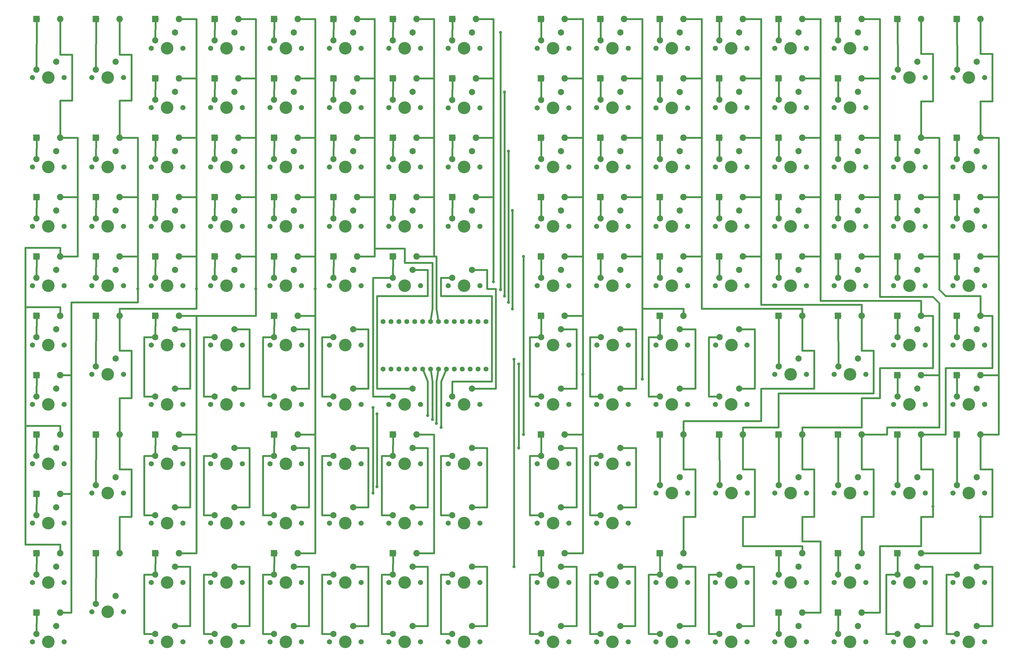
<source format=gtl>
G04 MADE WITH FRITZING*
G04 WWW.FRITZING.ORG*
G04 DOUBLE SIDED*
G04 HOLES PLATED*
G04 CONTOUR ON CENTER OF CONTOUR VECTOR*
%ASAXBY*%
%FSLAX23Y23*%
%MOIN*%
%OFA0B0*%
%SFA1.0B1.0*%
%ADD10C,0.078639*%
%ADD11C,0.158908*%
%ADD12C,0.065278*%
%ADD13C,0.082000*%
%ADD14C,0.062992*%
%ADD15C,0.039370*%
%ADD16R,0.082000X0.082000*%
%ADD17C,0.024000*%
%LNCOPPER1*%
G90*
G70*
G54D10*
X2040Y8292D03*
X2289Y8392D03*
G54D11*
X2189Y8192D03*
G54D12*
X1989Y8192D03*
X2389Y8192D03*
G54D10*
X2790Y8291D03*
X3039Y8391D03*
G54D11*
X2940Y8191D03*
G54D12*
X2740Y8191D03*
X3139Y8191D03*
G54D10*
X4290Y8292D03*
X4539Y8391D03*
G54D11*
X4440Y8192D03*
G54D12*
X4240Y8192D03*
X4639Y8192D03*
G54D10*
X3539Y8292D03*
X3789Y8391D03*
G54D11*
X3689Y8192D03*
G54D12*
X3489Y8192D03*
X3888Y8192D03*
G54D10*
X5039Y8292D03*
X5289Y8391D03*
G54D11*
X5189Y8192D03*
G54D12*
X4989Y8192D03*
X5389Y8192D03*
G54D10*
X5790Y8291D03*
X6040Y8391D03*
G54D11*
X5940Y8191D03*
G54D12*
X5740Y8191D03*
X6139Y8191D03*
G54D10*
X8415Y8291D03*
X8664Y8391D03*
G54D11*
X8565Y8191D03*
G54D12*
X8365Y8191D03*
X8764Y8191D03*
G54D10*
X7665Y8292D03*
X7915Y8392D03*
G54D11*
X7815Y8192D03*
G54D12*
X7615Y8192D03*
X8014Y8192D03*
G54D10*
X9165Y8292D03*
X9415Y8392D03*
G54D11*
X9315Y8192D03*
G54D12*
X9115Y8192D03*
X9514Y8192D03*
G54D10*
X6914Y8291D03*
X7164Y8391D03*
G54D11*
X7064Y8191D03*
G54D12*
X6864Y8191D03*
X7264Y8191D03*
G54D10*
X9915Y8292D03*
X10164Y8392D03*
G54D11*
X10065Y8192D03*
G54D12*
X9865Y8192D03*
X10264Y8192D03*
G54D10*
X10664Y8292D03*
X10914Y8392D03*
G54D11*
X10814Y8192D03*
G54D12*
X10614Y8192D03*
X11014Y8192D03*
G54D10*
X10664Y7541D03*
X10914Y7641D03*
G54D11*
X10814Y7441D03*
G54D12*
X10614Y7441D03*
X11014Y7441D03*
G54D10*
X5039Y7541D03*
X5289Y7641D03*
G54D11*
X5189Y7441D03*
G54D12*
X4989Y7441D03*
X5389Y7441D03*
G54D10*
X9915Y7541D03*
X10164Y7641D03*
G54D11*
X10065Y7441D03*
G54D12*
X9865Y7441D03*
X10264Y7441D03*
G54D10*
X4290Y7541D03*
X4539Y7641D03*
G54D11*
X4440Y7441D03*
G54D12*
X4240Y7441D03*
X4639Y7441D03*
G54D10*
X2790Y7541D03*
X3039Y7641D03*
G54D11*
X2940Y7441D03*
G54D12*
X2740Y7441D03*
X3139Y7441D03*
G54D10*
X8415Y7540D03*
X8664Y7640D03*
G54D11*
X8565Y7440D03*
G54D12*
X8365Y7440D03*
X8764Y7440D03*
G54D10*
X7665Y7541D03*
X7915Y7641D03*
G54D11*
X7815Y7441D03*
G54D12*
X7615Y7441D03*
X8014Y7441D03*
G54D10*
X5790Y7540D03*
X6040Y7640D03*
G54D11*
X5940Y7440D03*
G54D12*
X5740Y7440D03*
X6139Y7440D03*
G54D10*
X6914Y7540D03*
X7164Y7640D03*
G54D11*
X7064Y7440D03*
G54D12*
X6864Y7440D03*
X7264Y7440D03*
G54D10*
X2040Y7541D03*
X2289Y7641D03*
G54D11*
X2189Y7441D03*
G54D12*
X1989Y7441D03*
X2389Y7441D03*
G54D10*
X9165Y7541D03*
X9415Y7641D03*
G54D11*
X9315Y7441D03*
G54D12*
X9115Y7441D03*
X9514Y7441D03*
G54D10*
X3539Y7541D03*
X3789Y7641D03*
G54D11*
X3689Y7441D03*
G54D12*
X3489Y7441D03*
X3888Y7441D03*
G54D10*
X1289Y6791D03*
X1539Y6891D03*
G54D11*
X1439Y6691D03*
G54D12*
X1239Y6691D03*
X1639Y6691D03*
G54D10*
X10664Y6792D03*
X10914Y6892D03*
G54D11*
X10814Y6692D03*
G54D12*
X10614Y6692D03*
X11014Y6692D03*
G54D10*
X5039Y6792D03*
X5289Y6891D03*
G54D11*
X5189Y6692D03*
G54D12*
X4989Y6692D03*
X5389Y6692D03*
G54D10*
X11415Y6792D03*
X11664Y6892D03*
G54D11*
X11565Y6692D03*
G54D12*
X11365Y6692D03*
X11764Y6692D03*
G54D10*
X9915Y6792D03*
X10164Y6892D03*
G54D11*
X10065Y6692D03*
G54D12*
X9865Y6692D03*
X10264Y6692D03*
G54D10*
X4290Y6792D03*
X4539Y6892D03*
G54D11*
X4440Y6692D03*
G54D12*
X4240Y6692D03*
X4639Y6692D03*
G54D10*
X2790Y6792D03*
X3039Y6891D03*
G54D11*
X2940Y6691D03*
G54D12*
X2740Y6691D03*
X3139Y6691D03*
G54D10*
X8415Y6791D03*
X8664Y6891D03*
G54D11*
X8565Y6691D03*
G54D12*
X8365Y6691D03*
X8764Y6691D03*
G54D10*
X7665Y6792D03*
X7915Y6892D03*
G54D11*
X7815Y6692D03*
G54D12*
X7615Y6692D03*
X8014Y6692D03*
G54D10*
X5790Y6791D03*
X6040Y6891D03*
G54D11*
X5940Y6691D03*
G54D12*
X5740Y6691D03*
X6139Y6691D03*
G54D10*
X12165Y6792D03*
X12414Y6891D03*
G54D11*
X12315Y6692D03*
G54D12*
X12115Y6692D03*
X12514Y6692D03*
G54D10*
X6914Y6791D03*
X7164Y6891D03*
G54D11*
X7064Y6691D03*
G54D12*
X6864Y6691D03*
X7264Y6691D03*
G54D10*
X540Y6792D03*
X790Y6892D03*
G54D11*
X690Y6692D03*
G54D12*
X490Y6692D03*
X889Y6692D03*
G54D10*
X2040Y6792D03*
X2289Y6892D03*
G54D11*
X2189Y6692D03*
G54D12*
X1989Y6692D03*
X2389Y6692D03*
G54D10*
X9165Y6792D03*
X9415Y6892D03*
G54D11*
X9315Y6692D03*
G54D12*
X9115Y6692D03*
X9514Y6692D03*
G54D10*
X3539Y6792D03*
X3789Y6891D03*
G54D11*
X3689Y6692D03*
G54D12*
X3489Y6692D03*
X3888Y6692D03*
G54D10*
X1289Y6041D03*
X1539Y6141D03*
G54D11*
X1439Y5941D03*
G54D12*
X1239Y5941D03*
X1639Y5941D03*
G54D10*
X10664Y6042D03*
X10914Y6142D03*
G54D11*
X10814Y5942D03*
G54D12*
X10614Y5942D03*
X11014Y5942D03*
G54D10*
X5039Y6041D03*
X5289Y6141D03*
G54D11*
X5189Y5941D03*
G54D12*
X4989Y5941D03*
X5389Y5941D03*
G54D10*
X11415Y6042D03*
X11664Y6142D03*
G54D11*
X11565Y5942D03*
G54D12*
X11365Y5942D03*
X11764Y5942D03*
G54D10*
X9915Y6042D03*
X10164Y6142D03*
G54D11*
X10065Y5942D03*
G54D12*
X9865Y5942D03*
X10264Y5942D03*
G54D10*
X4290Y6041D03*
X4539Y6141D03*
G54D11*
X4440Y5941D03*
G54D12*
X4240Y5941D03*
X4639Y5941D03*
G54D10*
X2790Y6041D03*
X3039Y6141D03*
G54D11*
X2940Y5941D03*
G54D12*
X2740Y5941D03*
X3139Y5941D03*
G54D10*
X8415Y6041D03*
X8664Y6141D03*
G54D11*
X8565Y5941D03*
G54D12*
X8365Y5941D03*
X8764Y5941D03*
G54D10*
X7665Y6042D03*
X7915Y6141D03*
G54D11*
X7815Y5942D03*
G54D12*
X7615Y5942D03*
X8014Y5942D03*
G54D10*
X5790Y6041D03*
X6040Y6141D03*
G54D11*
X5940Y5941D03*
G54D12*
X5740Y5941D03*
X6139Y5941D03*
G54D10*
X12165Y6041D03*
X12414Y6141D03*
G54D11*
X12315Y5941D03*
G54D12*
X12115Y5941D03*
X12514Y5941D03*
G54D10*
X6914Y6041D03*
X7164Y6141D03*
G54D11*
X7064Y5941D03*
G54D12*
X6864Y5941D03*
X7264Y5941D03*
G54D10*
X540Y6042D03*
X790Y6141D03*
G54D11*
X690Y5942D03*
G54D12*
X490Y5942D03*
X889Y5942D03*
G54D10*
X2040Y6042D03*
X2289Y6141D03*
G54D11*
X2189Y5942D03*
G54D12*
X1989Y5942D03*
X2389Y5942D03*
G54D10*
X9165Y6042D03*
X9415Y6141D03*
G54D11*
X9315Y5942D03*
G54D12*
X9115Y5942D03*
X9514Y5942D03*
G54D10*
X3539Y6041D03*
X3789Y6141D03*
G54D11*
X3689Y5941D03*
G54D12*
X3489Y5941D03*
X3888Y5941D03*
G54D10*
X1289Y5291D03*
X1539Y5391D03*
G54D11*
X1439Y5191D03*
G54D12*
X1239Y5191D03*
X1639Y5191D03*
G54D10*
X10664Y5292D03*
X10914Y5392D03*
G54D11*
X10814Y5192D03*
G54D12*
X10614Y5192D03*
X11014Y5192D03*
G54D10*
X5039Y5292D03*
X5289Y5391D03*
G54D11*
X5189Y5192D03*
G54D12*
X4989Y5192D03*
X5389Y5192D03*
G54D10*
X11415Y5292D03*
X11664Y5392D03*
G54D11*
X11565Y5192D03*
G54D12*
X11365Y5192D03*
X11764Y5192D03*
G54D10*
X9915Y5292D03*
X10164Y5392D03*
G54D11*
X10065Y5192D03*
G54D12*
X9865Y5192D03*
X10264Y5192D03*
G54D10*
X4290Y5292D03*
X4539Y5391D03*
G54D11*
X4440Y5192D03*
G54D12*
X4240Y5192D03*
X4639Y5192D03*
G54D10*
X2790Y5291D03*
X3039Y5391D03*
G54D11*
X2940Y5191D03*
G54D12*
X2740Y5191D03*
X3139Y5191D03*
G54D10*
X8415Y5291D03*
X8664Y5391D03*
G54D11*
X8565Y5191D03*
G54D12*
X8365Y5191D03*
X8764Y5191D03*
G54D10*
X7665Y5292D03*
X7915Y5392D03*
G54D11*
X7815Y5192D03*
G54D12*
X7615Y5192D03*
X8014Y5192D03*
G54D10*
X5790Y5291D03*
X6040Y5391D03*
G54D11*
X5940Y5191D03*
G54D12*
X5740Y5191D03*
X6139Y5191D03*
G54D10*
X12165Y5292D03*
X12414Y5391D03*
G54D11*
X12315Y5192D03*
G54D12*
X12115Y5192D03*
X12514Y5192D03*
G54D10*
X6914Y5291D03*
X7164Y5391D03*
G54D11*
X7064Y5191D03*
G54D12*
X6864Y5191D03*
X7264Y5191D03*
G54D10*
X540Y5292D03*
X790Y5392D03*
G54D11*
X690Y5192D03*
G54D12*
X490Y5192D03*
X889Y5192D03*
G54D10*
X2040Y5292D03*
X2289Y5392D03*
G54D11*
X2189Y5192D03*
G54D12*
X1989Y5192D03*
X2389Y5192D03*
G54D10*
X9165Y5292D03*
X9415Y5392D03*
G54D11*
X9315Y5192D03*
G54D12*
X9115Y5192D03*
X9514Y5192D03*
G54D10*
X3539Y5292D03*
X3789Y5391D03*
G54D11*
X3689Y5192D03*
G54D12*
X3489Y5192D03*
X3888Y5192D03*
G54D10*
X11415Y4542D03*
X11665Y4642D03*
G54D11*
X11565Y4442D03*
G54D12*
X11365Y4442D03*
X11765Y4442D03*
G54D10*
X4290Y4542D03*
X4540Y4641D03*
G54D11*
X4440Y4442D03*
G54D12*
X4240Y4442D03*
X4640Y4442D03*
G54D10*
X2790Y4541D03*
X3040Y4641D03*
G54D11*
X2940Y4441D03*
G54D12*
X2740Y4441D03*
X3140Y4441D03*
G54D10*
X8415Y4541D03*
X8665Y4641D03*
G54D11*
X8565Y4441D03*
G54D12*
X8365Y4441D03*
X8765Y4441D03*
G54D10*
X7666Y4542D03*
X7915Y4642D03*
G54D11*
X7816Y4442D03*
G54D12*
X7616Y4442D03*
X8015Y4442D03*
G54D10*
X12165Y4542D03*
X12415Y4641D03*
G54D11*
X12315Y4441D03*
G54D12*
X12115Y4441D03*
X12514Y4441D03*
G54D10*
X6915Y4541D03*
X7165Y4641D03*
G54D11*
X7065Y4441D03*
G54D12*
X6865Y4441D03*
X7264Y4441D03*
G54D10*
X541Y4542D03*
X790Y4642D03*
G54D11*
X690Y4442D03*
G54D12*
X490Y4442D03*
X890Y4442D03*
G54D10*
X2040Y4542D03*
X2290Y4642D03*
G54D11*
X2190Y4442D03*
G54D12*
X1990Y4442D03*
X2389Y4442D03*
G54D10*
X9166Y4542D03*
X9415Y4642D03*
G54D11*
X9316Y4442D03*
G54D12*
X9116Y4442D03*
X9515Y4442D03*
G54D10*
X3540Y4542D03*
X3789Y4641D03*
G54D11*
X3690Y4442D03*
G54D12*
X3490Y4442D03*
X3889Y4442D03*
G54D10*
X5039Y3792D03*
X5289Y3891D03*
G54D11*
X5189Y3692D03*
G54D12*
X4989Y3692D03*
X5389Y3692D03*
G54D10*
X11415Y3792D03*
X11664Y3892D03*
G54D11*
X11565Y3692D03*
G54D12*
X11365Y3692D03*
X11764Y3692D03*
G54D10*
X4290Y3792D03*
X4539Y3891D03*
G54D11*
X4440Y3692D03*
G54D12*
X4240Y3692D03*
X4639Y3692D03*
G54D10*
X2790Y3791D03*
X3039Y3891D03*
G54D11*
X2940Y3691D03*
G54D12*
X2740Y3691D03*
X3139Y3691D03*
G54D10*
X8415Y3791D03*
X8664Y3891D03*
G54D11*
X8565Y3691D03*
G54D12*
X8365Y3691D03*
X8764Y3691D03*
G54D10*
X7665Y3792D03*
X7915Y3892D03*
G54D11*
X7815Y3692D03*
G54D12*
X7615Y3692D03*
X8014Y3692D03*
G54D10*
X5790Y3791D03*
X6040Y3891D03*
G54D11*
X5940Y3691D03*
G54D12*
X5740Y3691D03*
X6139Y3691D03*
G54D10*
X12165Y3792D03*
X12414Y3891D03*
G54D11*
X12315Y3691D03*
G54D12*
X12115Y3691D03*
X12514Y3691D03*
G54D10*
X6914Y3791D03*
X7164Y3891D03*
G54D11*
X7064Y3691D03*
G54D12*
X6864Y3691D03*
X7264Y3691D03*
G54D10*
X540Y3792D03*
X790Y3892D03*
G54D11*
X690Y3692D03*
G54D12*
X490Y3692D03*
X889Y3692D03*
G54D10*
X2040Y3792D03*
X2289Y3892D03*
G54D11*
X2189Y3692D03*
G54D12*
X1989Y3692D03*
X2389Y3692D03*
G54D10*
X9165Y3792D03*
X9415Y3892D03*
G54D11*
X9315Y3692D03*
G54D12*
X9115Y3692D03*
X9514Y3692D03*
G54D10*
X3539Y3792D03*
X3789Y3891D03*
G54D11*
X3689Y3692D03*
G54D12*
X3489Y3692D03*
X3888Y3692D03*
G54D10*
X5039Y3042D03*
X5289Y3142D03*
G54D11*
X5189Y2942D03*
G54D12*
X4989Y2942D03*
X5389Y2942D03*
G54D10*
X4290Y3042D03*
X4539Y3142D03*
G54D11*
X4440Y2942D03*
G54D12*
X4240Y2942D03*
X4639Y2942D03*
G54D10*
X2790Y3042D03*
X3039Y3142D03*
G54D11*
X2940Y2942D03*
G54D12*
X2740Y2942D03*
X3139Y2942D03*
G54D10*
X7665Y3042D03*
X7915Y3142D03*
G54D11*
X7815Y2942D03*
G54D12*
X7615Y2942D03*
X8014Y2942D03*
G54D10*
X5790Y3042D03*
X6040Y3141D03*
G54D11*
X5940Y2942D03*
G54D12*
X5740Y2942D03*
X6139Y2942D03*
G54D10*
X6914Y3042D03*
X7164Y3141D03*
G54D11*
X7064Y2941D03*
G54D12*
X6864Y2941D03*
X7264Y2941D03*
G54D10*
X540Y3042D03*
X790Y3142D03*
G54D11*
X690Y2942D03*
G54D12*
X490Y2942D03*
X889Y2942D03*
G54D10*
X2040Y3042D03*
X2289Y3142D03*
G54D11*
X2189Y2942D03*
G54D12*
X1989Y2942D03*
X2389Y2942D03*
G54D10*
X3539Y3042D03*
X3789Y3142D03*
G54D11*
X3689Y2942D03*
G54D12*
X3489Y2942D03*
X3888Y2942D03*
G54D10*
X5039Y2291D03*
X5289Y2391D03*
G54D11*
X5189Y2191D03*
G54D12*
X4989Y2191D03*
X5389Y2191D03*
G54D10*
X4290Y2291D03*
X4539Y2391D03*
G54D11*
X4440Y2191D03*
G54D12*
X4240Y2191D03*
X4639Y2191D03*
G54D10*
X2790Y2291D03*
X3039Y2391D03*
G54D11*
X2940Y2191D03*
G54D12*
X2740Y2191D03*
X3139Y2191D03*
G54D10*
X7665Y2291D03*
X7915Y2391D03*
G54D11*
X7815Y2191D03*
G54D12*
X7615Y2191D03*
X8014Y2191D03*
G54D10*
X5790Y2291D03*
X6040Y2391D03*
G54D11*
X5940Y2191D03*
G54D12*
X5740Y2191D03*
X6139Y2191D03*
G54D10*
X6914Y2291D03*
X7164Y2391D03*
G54D11*
X7064Y2191D03*
G54D12*
X6864Y2191D03*
X7264Y2191D03*
G54D10*
X540Y2291D03*
X790Y2391D03*
G54D11*
X690Y2191D03*
G54D12*
X490Y2191D03*
X889Y2191D03*
G54D10*
X2040Y2291D03*
X2289Y2391D03*
G54D11*
X2189Y2191D03*
G54D12*
X1989Y2191D03*
X2389Y2191D03*
G54D10*
X3539Y2291D03*
X3789Y2391D03*
G54D11*
X3689Y2191D03*
G54D12*
X3489Y2191D03*
X3888Y2191D03*
G54D10*
X10664Y1542D03*
X10914Y1642D03*
G54D11*
X10814Y1442D03*
G54D12*
X10614Y1442D03*
X11014Y1442D03*
G54D10*
X5039Y1542D03*
X5289Y1642D03*
G54D11*
X5189Y1442D03*
G54D12*
X4989Y1442D03*
X5389Y1442D03*
G54D10*
X11415Y1542D03*
X11664Y1642D03*
G54D11*
X11565Y1442D03*
G54D12*
X11365Y1442D03*
X11764Y1442D03*
G54D10*
X9915Y1542D03*
X10164Y1642D03*
G54D11*
X10065Y1442D03*
G54D12*
X9865Y1442D03*
X10264Y1442D03*
G54D10*
X4290Y1542D03*
X4539Y1642D03*
G54D11*
X4440Y1442D03*
G54D12*
X4240Y1442D03*
X4639Y1442D03*
G54D10*
X2790Y1542D03*
X3039Y1642D03*
G54D11*
X2940Y1442D03*
G54D12*
X2740Y1442D03*
X3139Y1442D03*
G54D10*
X8415Y1542D03*
X8664Y1641D03*
G54D11*
X8565Y1441D03*
G54D12*
X8365Y1441D03*
X8764Y1441D03*
G54D10*
X7665Y1542D03*
X7915Y1642D03*
G54D11*
X7815Y1442D03*
G54D12*
X7615Y1442D03*
X8014Y1442D03*
G54D10*
X5790Y1542D03*
X6040Y1641D03*
G54D11*
X5940Y1442D03*
G54D12*
X5740Y1442D03*
X6139Y1442D03*
G54D10*
X12165Y1542D03*
X12414Y1642D03*
G54D11*
X12315Y1442D03*
G54D12*
X12115Y1442D03*
X12514Y1442D03*
G54D10*
X6914Y1542D03*
X7164Y1641D03*
G54D11*
X7064Y1441D03*
G54D12*
X6864Y1441D03*
X7264Y1441D03*
G54D10*
X540Y1542D03*
X790Y1642D03*
G54D11*
X690Y1442D03*
G54D12*
X490Y1442D03*
X889Y1442D03*
G54D10*
X2040Y1542D03*
X2289Y1642D03*
G54D11*
X2189Y1442D03*
G54D12*
X1989Y1442D03*
X2389Y1442D03*
G54D10*
X9165Y1542D03*
X9415Y1642D03*
G54D11*
X9315Y1442D03*
G54D12*
X9115Y1442D03*
X9514Y1442D03*
G54D10*
X3539Y1542D03*
X3789Y1642D03*
G54D11*
X3689Y1442D03*
G54D12*
X3489Y1442D03*
X3888Y1442D03*
G54D10*
X10664Y792D03*
X10914Y892D03*
G54D11*
X10814Y692D03*
G54D12*
X10614Y692D03*
X11014Y692D03*
G54D10*
X5039Y792D03*
X5289Y891D03*
G54D11*
X5189Y692D03*
G54D12*
X4989Y692D03*
X5389Y692D03*
G54D10*
X11415Y792D03*
X11664Y892D03*
G54D11*
X11565Y692D03*
G54D12*
X11365Y692D03*
X11764Y692D03*
G54D10*
X9915Y792D03*
X10164Y892D03*
G54D11*
X10065Y692D03*
G54D12*
X9865Y692D03*
X10264Y692D03*
G54D10*
X4290Y792D03*
X4539Y891D03*
G54D11*
X4440Y692D03*
G54D12*
X4240Y692D03*
X4639Y692D03*
G54D10*
X2790Y791D03*
X3039Y891D03*
G54D11*
X2940Y691D03*
G54D12*
X2740Y691D03*
X3139Y691D03*
G54D10*
X8415Y791D03*
X8664Y891D03*
G54D11*
X8565Y691D03*
G54D12*
X8365Y691D03*
X8764Y691D03*
G54D10*
X7665Y792D03*
X7915Y892D03*
G54D11*
X7815Y692D03*
G54D12*
X7615Y692D03*
X8014Y692D03*
G54D10*
X5790Y791D03*
X6040Y891D03*
G54D11*
X5940Y691D03*
G54D12*
X5740Y691D03*
X6139Y691D03*
G54D10*
X12165Y792D03*
X12414Y891D03*
G54D11*
X12315Y691D03*
G54D12*
X12115Y691D03*
X12514Y691D03*
G54D10*
X6914Y791D03*
X7164Y891D03*
G54D11*
X7064Y691D03*
G54D12*
X6864Y691D03*
X7264Y691D03*
G54D10*
X540Y792D03*
X790Y892D03*
G54D11*
X690Y692D03*
G54D12*
X490Y692D03*
X889Y692D03*
G54D10*
X2040Y792D03*
X2289Y892D03*
G54D11*
X2189Y692D03*
G54D12*
X1989Y692D03*
X2389Y692D03*
G54D10*
X9165Y792D03*
X9415Y892D03*
G54D11*
X9315Y692D03*
G54D12*
X9115Y692D03*
X9514Y692D03*
G54D10*
X3539Y792D03*
X3789Y891D03*
G54D11*
X3689Y692D03*
G54D12*
X3489Y692D03*
X3888Y692D03*
G54D10*
X540Y7922D03*
X790Y8022D03*
G54D11*
X690Y7822D03*
G54D12*
X490Y7822D03*
X889Y7822D03*
G54D10*
X1290Y7922D03*
X1540Y8022D03*
G54D11*
X1440Y7822D03*
G54D12*
X1240Y7822D03*
X1639Y7822D03*
G54D10*
X11416Y7922D03*
X11665Y8022D03*
G54D11*
X11565Y7822D03*
G54D12*
X11365Y7822D03*
X11765Y7822D03*
G54D10*
X12166Y7922D03*
X12415Y8022D03*
G54D11*
X12315Y7822D03*
G54D12*
X12115Y7822D03*
X12515Y7822D03*
G54D10*
X1290Y4172D03*
X1540Y4272D03*
G54D11*
X1440Y4072D03*
G54D12*
X1240Y4072D03*
X1639Y4072D03*
G54D10*
X1290Y2672D03*
X1540Y2772D03*
G54D11*
X1440Y2572D03*
G54D12*
X1240Y2572D03*
X1639Y2572D03*
G54D10*
X1290Y1172D03*
X1540Y1272D03*
G54D11*
X1440Y1072D03*
G54D12*
X1240Y1072D03*
X1639Y1072D03*
G54D10*
X9914Y4172D03*
X10164Y4272D03*
G54D11*
X10064Y4072D03*
G54D12*
X9864Y4072D03*
X10264Y4072D03*
G54D10*
X10666Y4172D03*
X10915Y4272D03*
G54D11*
X10815Y4072D03*
G54D12*
X10615Y4072D03*
X11015Y4072D03*
G54D10*
X8415Y2672D03*
X8664Y2772D03*
G54D11*
X8565Y2572D03*
G54D12*
X8365Y2572D03*
X8764Y2572D03*
G54D10*
X9166Y2672D03*
X9416Y2772D03*
G54D11*
X9316Y2572D03*
G54D12*
X9116Y2572D03*
X9516Y2572D03*
G54D10*
X9914Y2672D03*
X10163Y2772D03*
G54D11*
X10064Y2572D03*
G54D12*
X9864Y2572D03*
X10263Y2572D03*
G54D10*
X10664Y2672D03*
X10913Y2772D03*
G54D11*
X10814Y2572D03*
G54D12*
X10614Y2572D03*
X11013Y2572D03*
G54D10*
X11414Y2672D03*
X11663Y2772D03*
G54D11*
X11564Y2572D03*
G54D12*
X11364Y2572D03*
X11763Y2572D03*
G54D10*
X12164Y2672D03*
X12413Y2772D03*
G54D11*
X12314Y2572D03*
G54D12*
X12114Y2572D03*
X12513Y2572D03*
G54D13*
X542Y8562D03*
X840Y8562D03*
X1292Y8562D03*
X1590Y8562D03*
X2042Y8562D03*
X2340Y8562D03*
X2792Y8562D03*
X3090Y8562D03*
X4292Y8562D03*
X4590Y8562D03*
X3542Y8562D03*
X3840Y8562D03*
X5042Y8562D03*
X5340Y8562D03*
X5792Y8562D03*
X6090Y8562D03*
X9162Y8562D03*
X9460Y8562D03*
X12162Y8562D03*
X12460Y8562D03*
X7662Y8562D03*
X7960Y8562D03*
X10662Y8562D03*
X10960Y8562D03*
X11412Y8562D03*
X11710Y8562D03*
X6912Y8562D03*
X7210Y8562D03*
X9912Y8562D03*
X10210Y8562D03*
X8412Y8562D03*
X8710Y8562D03*
X5792Y7812D03*
X6090Y7812D03*
X9162Y7812D03*
X9460Y7812D03*
X9912Y7812D03*
X10210Y7812D03*
X6912Y7812D03*
X7210Y7812D03*
X2792Y7812D03*
X3090Y7812D03*
X8412Y7812D03*
X8710Y7812D03*
X2042Y7812D03*
X2340Y7812D03*
X4292Y7812D03*
X4590Y7812D03*
X3542Y7812D03*
X3840Y7812D03*
X5042Y7812D03*
X5340Y7812D03*
X10662Y7812D03*
X10960Y7812D03*
X7662Y7812D03*
X7960Y7812D03*
X3542Y7062D03*
X3840Y7062D03*
X2042Y7062D03*
X2340Y7062D03*
X12162Y7062D03*
X12460Y7062D03*
X6912Y7062D03*
X7210Y7062D03*
X8412Y7062D03*
X8710Y7062D03*
X10662Y7062D03*
X10960Y7062D03*
X2792Y7062D03*
X3090Y7062D03*
X4292Y7062D03*
X4590Y7062D03*
X9912Y7062D03*
X10210Y7062D03*
X11412Y7062D03*
X11710Y7062D03*
X7662Y7062D03*
X7960Y7062D03*
X542Y7062D03*
X840Y7062D03*
X5042Y7062D03*
X5340Y7062D03*
X9162Y7062D03*
X9460Y7062D03*
X5792Y7062D03*
X6090Y7062D03*
X1292Y7062D03*
X1590Y7062D03*
X3542Y6312D03*
X3840Y6312D03*
X2042Y6312D03*
X2340Y6312D03*
X12162Y6312D03*
X12460Y6312D03*
X6912Y6312D03*
X7210Y6312D03*
X8412Y6312D03*
X8710Y6312D03*
X10662Y6312D03*
X10960Y6312D03*
X2792Y6312D03*
X3090Y6312D03*
X4292Y6312D03*
X4590Y6312D03*
X9912Y6312D03*
X10210Y6312D03*
X11412Y6312D03*
X11710Y6312D03*
X7662Y6312D03*
X7960Y6312D03*
X542Y6312D03*
X840Y6312D03*
X5042Y6312D03*
X5340Y6312D03*
X9162Y6312D03*
X9460Y6312D03*
X5792Y6312D03*
X6090Y6312D03*
X1292Y6312D03*
X1590Y6312D03*
X3542Y5562D03*
X3840Y5562D03*
X2042Y5562D03*
X2340Y5562D03*
X12162Y5562D03*
X12460Y5562D03*
X6912Y5562D03*
X7210Y5562D03*
X8412Y5562D03*
X8710Y5562D03*
X10662Y5562D03*
X10960Y5562D03*
X2792Y5562D03*
X3090Y5562D03*
X4292Y5562D03*
X4590Y5562D03*
X9912Y5562D03*
X10210Y5562D03*
X11412Y5562D03*
X11710Y5562D03*
X7662Y5562D03*
X7960Y5562D03*
X542Y5562D03*
X840Y5562D03*
X5042Y5562D03*
X5340Y5562D03*
X9162Y5562D03*
X9460Y5562D03*
X1292Y5562D03*
X1590Y5562D03*
X3542Y4812D03*
X3840Y4812D03*
X2042Y4812D03*
X2340Y4812D03*
X1292Y4812D03*
X1590Y4812D03*
X542Y4812D03*
X840Y4812D03*
X542Y4062D03*
X840Y4062D03*
X9912Y4812D03*
X10210Y4812D03*
X10662Y4812D03*
X10960Y4812D03*
X8412Y4812D03*
X8710Y4812D03*
X12162Y4812D03*
X12460Y4812D03*
X11412Y4812D03*
X11710Y4812D03*
X6912Y4812D03*
X7210Y4812D03*
X12162Y4062D03*
X12460Y4062D03*
X11412Y4062D03*
X11710Y4062D03*
X542Y2562D03*
X840Y2562D03*
X2042Y3312D03*
X2340Y3312D03*
X5042Y3312D03*
X5340Y3312D03*
X3542Y3312D03*
X3840Y3312D03*
X542Y3312D03*
X840Y3312D03*
X1292Y3312D03*
X1590Y3312D03*
X2042Y1812D03*
X2340Y1812D03*
X3542Y1812D03*
X3840Y1812D03*
X542Y1062D03*
X840Y1062D03*
X1292Y1812D03*
X1590Y1812D03*
X542Y1812D03*
X840Y1812D03*
X5042Y1812D03*
X5340Y1812D03*
X9162Y3312D03*
X9460Y3312D03*
X9912Y3312D03*
X10210Y3312D03*
X10662Y3312D03*
X10960Y3312D03*
X8412Y3312D03*
X8710Y3312D03*
X12162Y3312D03*
X12460Y3312D03*
X11412Y3312D03*
X11710Y3312D03*
X6912Y3312D03*
X7210Y3312D03*
X6912Y1812D03*
X7210Y1812D03*
X10662Y1812D03*
X10960Y1812D03*
X10662Y1062D03*
X10960Y1062D03*
X9912Y1062D03*
X10210Y1062D03*
X9912Y1812D03*
X10210Y1812D03*
X8412Y1812D03*
X8710Y1812D03*
X11412Y1812D03*
X11710Y1812D03*
G54D14*
X4917Y4140D03*
X5017Y4140D03*
X5117Y4140D03*
X5217Y4140D03*
X5317Y4140D03*
X5417Y4140D03*
X5517Y4140D03*
X5617Y4140D03*
X5717Y4140D03*
X5817Y4140D03*
X5917Y4140D03*
X6017Y4140D03*
X6117Y4140D03*
X6217Y4140D03*
X4917Y4140D03*
X5017Y4140D03*
X5117Y4140D03*
X5217Y4140D03*
X5317Y4140D03*
X5417Y4140D03*
X5517Y4140D03*
X5617Y4140D03*
X5717Y4140D03*
X5817Y4140D03*
X5917Y4140D03*
X6017Y4140D03*
X6117Y4140D03*
X6217Y4140D03*
X4916Y4740D03*
X5016Y4740D03*
X5116Y4740D03*
X5216Y4740D03*
X5316Y4740D03*
X5416Y4740D03*
X5516Y4740D03*
X5616Y4740D03*
X5716Y4740D03*
X5816Y4740D03*
X5916Y4740D03*
X6016Y4740D03*
X6116Y4740D03*
X6216Y4740D03*
X4916Y4740D03*
X5016Y4740D03*
X5116Y4740D03*
X5216Y4740D03*
X5316Y4740D03*
X5416Y4740D03*
X5516Y4740D03*
X5616Y4740D03*
X5716Y4740D03*
X5816Y4740D03*
X5916Y4740D03*
X6016Y4740D03*
X6116Y4740D03*
X6216Y4740D03*
G54D15*
X6689Y5562D03*
X6689Y3312D03*
X1820Y5152D03*
X2560Y5152D03*
X3311Y5152D03*
X4059Y5152D03*
X6311Y5243D03*
X6400Y8392D03*
X6400Y5142D03*
X6450Y7640D03*
X6500Y6891D03*
X6550Y6141D03*
X6450Y5062D03*
X6500Y4982D03*
X6550Y4900D03*
X6630Y4202D03*
X6629Y3141D03*
X6570Y4262D03*
X6571Y1641D03*
X7440Y4072D03*
X8189Y4012D03*
X4789Y3651D03*
X4839Y3571D03*
X4839Y2651D03*
X4789Y2571D03*
X12461Y2271D03*
X11861Y2401D03*
X5650Y3402D03*
X5590Y3452D03*
X5540Y3502D03*
X5480Y3552D03*
G54D16*
X541Y8562D03*
X1291Y8562D03*
X2041Y8562D03*
X2791Y8562D03*
X4291Y8562D03*
X3541Y8562D03*
X5041Y8562D03*
X5791Y8562D03*
X9161Y8562D03*
X12161Y8562D03*
X7661Y8562D03*
X10661Y8562D03*
X11411Y8562D03*
X6911Y8562D03*
X9911Y8562D03*
X8411Y8562D03*
X5791Y7812D03*
X9161Y7812D03*
X9911Y7812D03*
X6911Y7812D03*
X2791Y7812D03*
X8411Y7812D03*
X2041Y7812D03*
X4291Y7812D03*
X3541Y7812D03*
X5041Y7812D03*
X10661Y7812D03*
X7661Y7812D03*
X3541Y7062D03*
X2041Y7062D03*
X12161Y7062D03*
X6911Y7062D03*
X8411Y7062D03*
X10661Y7062D03*
X2791Y7062D03*
X4291Y7062D03*
X9911Y7062D03*
X11411Y7062D03*
X7661Y7062D03*
X541Y7062D03*
X5041Y7062D03*
X9161Y7062D03*
X5791Y7062D03*
X1291Y7062D03*
X3541Y6312D03*
X2041Y6312D03*
X12161Y6312D03*
X6911Y6312D03*
X8411Y6312D03*
X10661Y6312D03*
X2791Y6312D03*
X4291Y6312D03*
X9911Y6312D03*
X11411Y6312D03*
X7661Y6312D03*
X541Y6312D03*
X5041Y6312D03*
X9161Y6312D03*
X5791Y6312D03*
X1291Y6312D03*
X3541Y5562D03*
X2041Y5562D03*
X12161Y5562D03*
X6911Y5562D03*
X8411Y5562D03*
X10661Y5562D03*
X2791Y5562D03*
X4291Y5562D03*
X9911Y5562D03*
X11411Y5562D03*
X7661Y5562D03*
X541Y5562D03*
X5041Y5562D03*
X9161Y5562D03*
X1291Y5562D03*
X3541Y4812D03*
X2041Y4812D03*
X1291Y4812D03*
X541Y4812D03*
X541Y4062D03*
X9911Y4812D03*
X10661Y4812D03*
X8411Y4812D03*
X12161Y4812D03*
X11411Y4812D03*
X6911Y4812D03*
X12161Y4062D03*
X11411Y4062D03*
X541Y2562D03*
X2041Y3312D03*
X5041Y3312D03*
X3541Y3312D03*
X541Y3312D03*
X1291Y3312D03*
X2041Y1812D03*
X3541Y1812D03*
X541Y1062D03*
X1291Y1812D03*
X541Y1812D03*
X5041Y1812D03*
X9161Y3312D03*
X9911Y3312D03*
X10661Y3312D03*
X8411Y3312D03*
X12161Y3312D03*
X11411Y3312D03*
X6911Y3312D03*
X6911Y1812D03*
X10661Y1812D03*
X10661Y1062D03*
X9911Y1062D03*
X9911Y1812D03*
X8411Y1812D03*
X11411Y1812D03*
G54D17*
X542Y8541D02*
X540Y7940D01*
D02*
X1292Y8541D02*
X1290Y7940D01*
D02*
X2042Y8541D02*
X2040Y8310D01*
D02*
X2792Y8541D02*
X2790Y8310D01*
D02*
X3542Y8541D02*
X3539Y8310D01*
D02*
X4292Y8541D02*
X4290Y8310D01*
D02*
X5042Y8541D02*
X5040Y8310D01*
D02*
X5792Y8541D02*
X5790Y8310D01*
D02*
X6912Y8541D02*
X6914Y8310D01*
D02*
X7662Y8541D02*
X7665Y8310D01*
D02*
X8412Y8541D02*
X8415Y8310D01*
D02*
X9162Y8541D02*
X9165Y8310D01*
D02*
X9912Y8541D02*
X9914Y8310D01*
D02*
X10662Y8541D02*
X10664Y8310D01*
D02*
X11412Y8541D02*
X11416Y7940D01*
D02*
X12162Y8541D02*
X12166Y7940D01*
D02*
X2792Y7791D02*
X2790Y7559D01*
D02*
X3542Y7791D02*
X3539Y7559D01*
D02*
X4292Y7791D02*
X4290Y7559D01*
D02*
X5042Y7791D02*
X5040Y7559D01*
D02*
X5792Y7791D02*
X5790Y7559D01*
D02*
X6912Y7791D02*
X6914Y7559D01*
D02*
X7662Y7791D02*
X7665Y7560D01*
D02*
X8412Y7791D02*
X8415Y7559D01*
D02*
X9162Y7791D02*
X9165Y7559D01*
D02*
X9912Y7791D02*
X9914Y7560D01*
D02*
X10662Y7791D02*
X10664Y7560D01*
D02*
X2042Y7791D02*
X2040Y7560D01*
D02*
X542Y7041D02*
X540Y6810D01*
D02*
X1292Y7041D02*
X1290Y6810D01*
D02*
X2042Y7041D02*
X2040Y6810D01*
D02*
X2792Y7041D02*
X2790Y6810D01*
D02*
X3542Y7041D02*
X3539Y6810D01*
D02*
X4292Y7041D02*
X4290Y6810D01*
D02*
X5042Y7041D02*
X5040Y6810D01*
D02*
X5792Y7041D02*
X5790Y6810D01*
D02*
X6912Y7041D02*
X6914Y6810D01*
D02*
X7662Y7041D02*
X7665Y6810D01*
D02*
X8412Y7041D02*
X8415Y6810D01*
D02*
X9162Y7041D02*
X9165Y6810D01*
D02*
X9912Y7041D02*
X9914Y6810D01*
D02*
X10662Y7041D02*
X10664Y6810D01*
D02*
X11412Y7041D02*
X11415Y6810D01*
D02*
X12162Y7041D02*
X12164Y6810D01*
D02*
X542Y6291D02*
X540Y6060D01*
D02*
X1292Y6291D02*
X1290Y6059D01*
D02*
X2042Y6291D02*
X2040Y6060D01*
D02*
X2792Y6291D02*
X2790Y6060D01*
D02*
X3542Y6291D02*
X3539Y6060D01*
D02*
X4292Y6291D02*
X4290Y6060D01*
D02*
X5042Y6291D02*
X5040Y6060D01*
D02*
X5792Y6291D02*
X5790Y6060D01*
D02*
X6912Y6291D02*
X6914Y6059D01*
D02*
X7662Y6291D02*
X7665Y6060D01*
D02*
X8412Y6291D02*
X8415Y6059D01*
D02*
X9162Y6291D02*
X9165Y6060D01*
D02*
X9912Y6291D02*
X9914Y6060D01*
D02*
X10662Y6291D02*
X10664Y6060D01*
D02*
X11412Y6291D02*
X11415Y6060D01*
D02*
X12162Y6291D02*
X12164Y6060D01*
D02*
X542Y5541D02*
X540Y5310D01*
D02*
X1292Y5541D02*
X1290Y5310D01*
D02*
X2042Y5541D02*
X2040Y5310D01*
D02*
X2792Y5541D02*
X2790Y5310D01*
D02*
X3542Y5541D02*
X3539Y5310D01*
D02*
X4292Y5541D02*
X4290Y5310D01*
D02*
X5042Y5541D02*
X5040Y5310D01*
D02*
X4789Y3792D02*
X5021Y3792D01*
D02*
X4789Y5292D02*
X4789Y3792D01*
D02*
X5021Y5292D02*
X4789Y5292D01*
D02*
X5648Y5291D02*
X5772Y5291D01*
D02*
X5790Y3810D02*
X5790Y3982D01*
D02*
X5481Y5391D02*
X5307Y5391D01*
D02*
X4839Y3893D02*
X4839Y5062D01*
D02*
X5270Y3892D02*
X4839Y3893D01*
D02*
X6339Y3891D02*
X6339Y5151D01*
D02*
X6231Y5151D02*
X6231Y5393D01*
D02*
X6058Y3891D02*
X6339Y3891D01*
D02*
X6912Y5541D02*
X6914Y5310D01*
D02*
X7662Y5541D02*
X7665Y5310D01*
D02*
X8412Y5541D02*
X8415Y5310D01*
D02*
X9162Y5541D02*
X9165Y5310D01*
D02*
X9912Y5541D02*
X9914Y5310D01*
D02*
X10662Y5541D02*
X10664Y5310D01*
D02*
X11412Y5541D02*
X11415Y5310D01*
D02*
X12162Y5541D02*
X12164Y5310D01*
D02*
X542Y4791D02*
X541Y4560D01*
D02*
X542Y4041D02*
X540Y3810D01*
D02*
X1292Y4791D02*
X1290Y4190D01*
D02*
X2042Y4791D02*
X2040Y4560D01*
D02*
X1900Y3792D02*
X2021Y3792D01*
D02*
X1900Y4542D02*
X1900Y3792D01*
D02*
X2022Y4542D02*
X1900Y4542D01*
D02*
X2481Y3892D02*
X2308Y3892D01*
D02*
X2481Y4642D02*
X2481Y3892D01*
D02*
X2308Y4642D02*
X2481Y4642D01*
D02*
X2652Y4541D02*
X2652Y3791D01*
D02*
X2652Y3791D02*
X2771Y3791D01*
D02*
X2772Y4541D02*
X2652Y4541D01*
D02*
X3230Y4641D02*
X3230Y3891D01*
D02*
X3230Y3891D02*
X3058Y3891D01*
D02*
X3058Y4641D02*
X3230Y4641D01*
D02*
X3542Y4791D02*
X3540Y4560D01*
D02*
X3400Y3792D02*
X3521Y3792D01*
D02*
X3400Y4542D02*
X3400Y3792D01*
D02*
X3521Y4542D02*
X3400Y4542D01*
D02*
X3981Y3891D02*
X3807Y3891D01*
D02*
X3981Y4641D02*
X3981Y3891D01*
D02*
X3808Y4641D02*
X3981Y4641D01*
D02*
X4148Y3792D02*
X4271Y3792D01*
D02*
X4148Y4542D02*
X4148Y3792D01*
D02*
X4272Y4542D02*
X4148Y4542D01*
D02*
X4730Y4641D02*
X4730Y3891D01*
D02*
X4730Y3891D02*
X4558Y3891D01*
D02*
X4558Y4641D02*
X4730Y4641D01*
D02*
X6912Y4791D02*
X6915Y4560D01*
D02*
X6770Y3791D02*
X6896Y3791D01*
D02*
X6770Y4541D02*
X6770Y3791D01*
D02*
X6896Y4541D02*
X6770Y4541D01*
D02*
X7359Y3891D02*
X7182Y3891D01*
D02*
X7359Y4641D02*
X7359Y3891D01*
D02*
X7183Y4641D02*
X7359Y4641D01*
D02*
X7530Y3792D02*
X7647Y3792D01*
D02*
X7647Y4542D02*
X7530Y4542D01*
D02*
X7530Y4542D02*
X7530Y3792D01*
D02*
X8111Y4642D02*
X8111Y3892D01*
D02*
X8111Y3892D02*
X7933Y3892D01*
D02*
X7934Y4642D02*
X8111Y4642D01*
D02*
X8412Y4791D02*
X8415Y4560D01*
D02*
X8270Y3791D02*
X8396Y3791D01*
D02*
X8270Y4541D02*
X8270Y3791D01*
D02*
X8397Y4541D02*
X8270Y4541D01*
D02*
X8859Y3891D02*
X8683Y3891D01*
D02*
X8859Y4641D02*
X8859Y3891D01*
D02*
X8683Y4641D02*
X8859Y4641D01*
D02*
X9030Y3792D02*
X9147Y3792D01*
D02*
X9147Y4542D02*
X9030Y4542D01*
D02*
X9030Y4542D02*
X9030Y3792D01*
D02*
X9611Y3892D02*
X9433Y3892D01*
D02*
X9611Y4642D02*
X9611Y3892D01*
D02*
X9434Y4642D02*
X9611Y4642D01*
D02*
X9912Y4791D02*
X9914Y4190D01*
D02*
X10662Y4791D02*
X10666Y4190D01*
D02*
X11412Y4791D02*
X11415Y4560D01*
D02*
X12162Y4791D02*
X12165Y4560D01*
D02*
X11412Y4041D02*
X11415Y3810D01*
D02*
X12162Y4041D02*
X12164Y3810D01*
D02*
X542Y3291D02*
X540Y3061D01*
D02*
X542Y2541D02*
X540Y2310D01*
D02*
X542Y1791D02*
X540Y1561D01*
D02*
X542Y1041D02*
X540Y810D01*
D02*
X1292Y3291D02*
X1290Y2690D01*
D02*
X1292Y1791D02*
X1290Y1190D01*
D02*
X2042Y3291D02*
X2040Y3061D01*
D02*
X1900Y3042D02*
X1900Y2291D01*
D02*
X1900Y2291D02*
X2021Y2291D01*
D02*
X2021Y3042D02*
X1900Y3042D01*
D02*
X2042Y1791D02*
X2040Y1561D01*
D02*
X1900Y792D02*
X2021Y792D01*
D02*
X1900Y1542D02*
X1900Y792D01*
D02*
X2021Y1542D02*
X1900Y1542D01*
D02*
X2481Y2391D02*
X2308Y2391D01*
D02*
X2481Y3142D02*
X2481Y2391D01*
D02*
X2308Y3142D02*
X2481Y3142D01*
D02*
X2481Y892D02*
X2308Y892D01*
D02*
X2481Y1642D02*
X2481Y892D01*
D02*
X2308Y1642D02*
X2481Y1642D01*
D02*
X2652Y2291D02*
X2652Y3042D01*
D02*
X2652Y3042D02*
X2771Y3042D01*
D02*
X2771Y2291D02*
X2652Y2291D01*
D02*
X3230Y2391D02*
X3058Y2391D01*
D02*
X3230Y3142D02*
X3230Y2391D01*
D02*
X3058Y3142D02*
X3230Y3142D01*
D02*
X2652Y791D02*
X2771Y791D01*
D02*
X2652Y1542D02*
X2652Y791D01*
D02*
X2771Y1542D02*
X2652Y1542D01*
D02*
X3230Y891D02*
X3058Y891D01*
D02*
X3230Y1642D02*
X3230Y891D01*
D02*
X3058Y1642D02*
X3230Y1642D01*
D02*
X3542Y3291D02*
X3539Y3060D01*
D02*
X3400Y3042D02*
X3400Y2291D01*
D02*
X3521Y3042D02*
X3400Y3042D01*
D02*
X3400Y2291D02*
X3521Y2291D01*
D02*
X3542Y1791D02*
X3539Y1560D01*
D02*
X3400Y1542D02*
X3400Y792D01*
D02*
X3400Y792D02*
X3521Y792D01*
D02*
X3521Y1542D02*
X3400Y1542D01*
D02*
X3981Y3142D02*
X3981Y2391D01*
D02*
X3981Y2391D02*
X3807Y2391D01*
D02*
X3807Y3142D02*
X3981Y3142D01*
D02*
X3981Y891D02*
X3807Y891D01*
D02*
X3981Y1642D02*
X3981Y891D01*
D02*
X3807Y1642D02*
X3981Y1642D01*
D02*
X4148Y3042D02*
X4148Y2291D01*
D02*
X4148Y2291D02*
X4271Y2291D01*
D02*
X4271Y3042D02*
X4148Y3042D01*
D02*
X4730Y2391D02*
X4558Y2391D01*
D02*
X4730Y3142D02*
X4730Y2391D01*
D02*
X4558Y3142D02*
X4730Y3142D01*
D02*
X4148Y1542D02*
X4271Y1542D01*
D02*
X4148Y792D02*
X4148Y1542D01*
D02*
X4271Y792D02*
X4148Y792D01*
D02*
X4730Y1642D02*
X4730Y891D01*
D02*
X4730Y891D02*
X4558Y891D01*
D02*
X4558Y1642D02*
X4730Y1642D01*
D02*
X5042Y3291D02*
X5040Y3060D01*
D02*
X4900Y2291D02*
X5021Y2291D01*
D02*
X4900Y3042D02*
X4900Y2291D01*
D02*
X5021Y3042D02*
X4900Y3042D01*
D02*
X5481Y2391D02*
X5481Y3142D01*
D02*
X5481Y3142D02*
X5307Y3142D01*
D02*
X5307Y2391D02*
X5481Y2391D01*
D02*
X5648Y2291D02*
X5772Y2291D01*
D02*
X5648Y3042D02*
X5648Y2291D01*
D02*
X5772Y3042D02*
X5648Y3042D01*
D02*
X6230Y2391D02*
X6230Y3141D01*
D02*
X6230Y3141D02*
X6058Y3141D01*
D02*
X6058Y2391D02*
X6230Y2391D01*
D02*
X4900Y792D02*
X4900Y1542D01*
D02*
X4900Y1542D02*
X5021Y1542D01*
D02*
X5021Y792D02*
X4900Y792D01*
D02*
X5481Y1642D02*
X5481Y891D01*
D02*
X5481Y891D02*
X5307Y891D01*
D02*
X5307Y1642D02*
X5481Y1642D01*
D02*
X5040Y1560D02*
X5042Y1791D01*
D02*
X5648Y791D02*
X5648Y1542D01*
D02*
X5648Y1542D02*
X5772Y1542D01*
D02*
X5772Y791D02*
X5648Y791D01*
D02*
X6230Y891D02*
X6230Y1641D01*
D02*
X6230Y1641D02*
X6058Y1641D01*
D02*
X6058Y891D02*
X6230Y891D01*
D02*
X12162Y3291D02*
X12164Y2690D01*
D02*
X11412Y3291D02*
X11414Y2690D01*
D02*
X10662Y3291D02*
X10664Y2690D01*
D02*
X9912Y3291D02*
X9914Y2690D01*
D02*
X9162Y3291D02*
X9166Y2690D01*
D02*
X8412Y3291D02*
X8415Y2690D01*
D02*
X8111Y2391D02*
X7933Y2391D01*
D02*
X8111Y3142D02*
X8111Y2391D01*
D02*
X7933Y3142D02*
X8111Y3142D01*
D02*
X7530Y2291D02*
X7647Y2291D01*
D02*
X7530Y3042D02*
X7530Y2291D01*
D02*
X7647Y3042D02*
X7530Y3042D01*
D02*
X7359Y2391D02*
X7182Y2391D01*
D02*
X7359Y3141D02*
X7359Y2391D01*
D02*
X7182Y3141D02*
X7359Y3141D01*
D02*
X6770Y2291D02*
X6896Y2291D01*
D02*
X6770Y3042D02*
X6770Y2291D01*
D02*
X6896Y3042D02*
X6770Y3042D01*
D02*
X6914Y3060D02*
X6912Y3291D01*
D02*
X6914Y1560D02*
X6912Y1791D01*
D02*
X6770Y1542D02*
X6770Y791D01*
D02*
X6770Y791D02*
X6896Y791D01*
D02*
X6896Y1542D02*
X6770Y1542D01*
D02*
X7359Y1641D02*
X7182Y1641D01*
D02*
X7359Y891D02*
X7359Y1641D01*
D02*
X7182Y891D02*
X7359Y891D01*
D02*
X7530Y792D02*
X7530Y1542D01*
D02*
X7530Y1542D02*
X7647Y1542D01*
D02*
X7647Y792D02*
X7530Y792D01*
D02*
X8100Y1642D02*
X7933Y1642D01*
D02*
X8100Y892D02*
X8100Y1642D01*
D02*
X7933Y892D02*
X8100Y892D01*
D02*
X8415Y1560D02*
X8412Y1791D01*
D02*
X8859Y891D02*
X8859Y1641D01*
D02*
X8859Y1641D02*
X8683Y1641D01*
D02*
X8683Y891D02*
X8859Y891D01*
D02*
X9030Y792D02*
X9030Y1542D01*
D02*
X9147Y792D02*
X9030Y792D01*
D02*
X9030Y1542D02*
X9147Y1542D01*
D02*
X9600Y892D02*
X9600Y1642D01*
D02*
X9600Y1642D02*
X9433Y1642D01*
D02*
X9433Y892D02*
X9600Y892D01*
D02*
X9912Y1791D02*
X9914Y1561D01*
D02*
X10662Y1791D02*
X10664Y1561D01*
D02*
X10662Y1041D02*
X10664Y810D01*
D02*
X9912Y1041D02*
X9914Y810D01*
D02*
X11412Y1791D02*
X11415Y1561D01*
D02*
X11270Y1542D02*
X11270Y792D01*
D02*
X11270Y792D02*
X11396Y792D01*
D02*
X11396Y1542D02*
X11270Y1542D01*
D02*
X11852Y892D02*
X11852Y1642D01*
D02*
X11852Y1642D02*
X11683Y1642D01*
D02*
X11683Y892D02*
X11852Y892D01*
D02*
X12030Y792D02*
X12146Y792D01*
D02*
X12030Y1542D02*
X12030Y792D01*
D02*
X12146Y1542D02*
X12030Y1542D01*
D02*
X12611Y891D02*
X12611Y1642D01*
D02*
X12611Y1642D02*
X12433Y1642D01*
D02*
X12433Y891D02*
X12611Y891D01*
D02*
X8270Y1542D02*
X8270Y791D01*
D02*
X8270Y791D02*
X8396Y791D01*
D02*
X8396Y1542D02*
X8270Y1542D01*
D02*
X1061Y6312D02*
X1061Y7062D01*
D02*
X1061Y7062D02*
X861Y7062D01*
D02*
X861Y6312D02*
X1061Y6312D01*
D02*
X1819Y6312D02*
X1819Y7062D01*
D02*
X1819Y7062D02*
X1611Y7062D01*
D02*
X1611Y6312D02*
X1819Y6312D01*
D02*
X2559Y6312D02*
X2559Y7062D01*
D02*
X2559Y7062D02*
X2361Y7062D01*
D02*
X2361Y6312D02*
X2559Y6312D01*
D02*
X3311Y7062D02*
X3111Y7062D01*
D02*
X3311Y6312D02*
X3311Y7062D01*
D02*
X3111Y6312D02*
X3311Y6312D01*
D02*
X4059Y6312D02*
X4059Y7062D01*
D02*
X4059Y7062D02*
X3861Y7062D01*
D02*
X3861Y6312D02*
X4059Y6312D01*
D02*
X4811Y6312D02*
X4811Y7062D01*
D02*
X4811Y7062D02*
X4611Y7062D01*
D02*
X4611Y6312D02*
X4811Y6312D01*
D02*
X5559Y6312D02*
X5559Y7062D01*
D02*
X5559Y7062D02*
X5361Y7062D01*
D02*
X5361Y6312D02*
X5559Y6312D01*
D02*
X6311Y7062D02*
X6111Y7062D01*
D02*
X6311Y6312D02*
X6311Y7062D01*
D02*
X6111Y6312D02*
X6311Y6312D01*
D02*
X7439Y6312D02*
X7231Y6312D01*
D02*
X7439Y7062D02*
X7439Y6312D01*
D02*
X7231Y7062D02*
X7439Y7062D01*
D02*
X8189Y6312D02*
X7981Y6312D01*
D02*
X8189Y7062D02*
X8189Y6312D01*
D02*
X7981Y7062D02*
X8189Y7062D01*
D02*
X8939Y7062D02*
X8731Y7062D01*
D02*
X8731Y6312D02*
X8939Y6312D01*
D02*
X8939Y6312D02*
X8939Y7062D01*
D02*
X9689Y6312D02*
X9689Y7062D01*
D02*
X9689Y7062D02*
X9481Y7062D01*
D02*
X9481Y6312D02*
X9689Y6312D01*
D02*
X10439Y7062D02*
X10231Y7062D01*
D02*
X10439Y6312D02*
X10439Y7062D01*
D02*
X10231Y6312D02*
X10439Y6312D01*
D02*
X11189Y6312D02*
X11189Y7062D01*
D02*
X10981Y6312D02*
X11189Y6312D01*
D02*
X11189Y7062D02*
X10981Y7062D01*
D02*
X11939Y6312D02*
X11939Y7062D01*
D02*
X11731Y6312D02*
X11939Y6312D01*
D02*
X11939Y7062D02*
X11731Y7062D01*
D02*
X12689Y6312D02*
X12689Y7062D01*
D02*
X12689Y7062D02*
X12481Y7062D01*
D02*
X12481Y6312D02*
X12689Y6312D01*
D02*
X12691Y5562D02*
X12481Y5562D01*
D02*
X12481Y6312D02*
X12691Y6312D01*
D02*
X12691Y6312D02*
X12691Y5562D01*
D02*
X11940Y5562D02*
X11731Y5562D01*
D02*
X11940Y6312D02*
X11940Y5562D01*
D02*
X11731Y6312D02*
X11940Y6312D01*
D02*
X11191Y5562D02*
X10981Y5562D01*
D02*
X11191Y6312D02*
X11191Y5562D01*
D02*
X10981Y6312D02*
X11191Y6312D01*
D02*
X10440Y5562D02*
X10231Y5562D01*
D02*
X10231Y6312D02*
X10440Y6312D01*
X10440Y6312D02*
X10440Y5562D01*
D02*
X9691Y5562D02*
X9481Y5562D01*
D02*
X9481Y6312D02*
X9691Y6312D01*
D02*
X9691Y6312D02*
X9691Y5562D01*
D02*
X8940Y5562D02*
X8731Y5562D01*
D02*
X8940Y6312D02*
X8940Y5562D01*
D02*
X8731Y6312D02*
X8940Y6312D01*
D02*
X8191Y5562D02*
X7981Y5562D01*
D02*
X7981Y6312D02*
X8191Y6312D01*
D02*
X8191Y6312D02*
X8191Y5562D01*
D02*
X7440Y5562D02*
X7231Y5562D01*
D02*
X7231Y6312D02*
X7440Y6312D01*
X7440Y6312D02*
X7440Y5562D01*
D02*
X2561Y7812D02*
X2361Y7812D01*
D02*
X2561Y7062D02*
X2561Y7812D01*
D02*
X2361Y7062D02*
X2561Y7062D01*
D02*
X3311Y7812D02*
X3111Y7812D01*
D02*
X3111Y7062D02*
X3311Y7062D01*
D02*
X3311Y7062D02*
X3311Y7812D01*
D02*
X4061Y7812D02*
X3861Y7812D01*
D02*
X4061Y7062D02*
X4061Y7812D01*
D02*
X3861Y7062D02*
X4061Y7062D01*
D02*
X4811Y7812D02*
X4611Y7812D01*
D02*
X4611Y7062D02*
X4811Y7062D01*
D02*
X4811Y7062D02*
X4811Y7812D01*
D02*
X5561Y7812D02*
X5361Y7812D01*
D02*
X5561Y7062D02*
X5561Y7812D01*
D02*
X5361Y7062D02*
X5561Y7062D01*
D02*
X6311Y7812D02*
X6111Y7812D01*
D02*
X6311Y7062D02*
X6311Y7812D01*
D02*
X6111Y7062D02*
X6311Y7062D01*
D02*
X6311Y8562D02*
X6111Y8562D01*
D02*
X6111Y7812D02*
X6311Y7812D01*
D02*
X6311Y7812D02*
X6311Y8562D01*
D02*
X5561Y8562D02*
X5361Y8562D01*
D02*
X5361Y7812D02*
X5561Y7812D01*
D02*
X5561Y7812D02*
X5561Y8562D01*
D02*
X4811Y8562D02*
X4611Y8562D01*
D02*
X4811Y7812D02*
X4811Y8562D01*
D02*
X4611Y7812D02*
X4811Y7812D01*
D02*
X4061Y8562D02*
X3861Y8562D01*
D02*
X3861Y7812D02*
X4061Y7812D01*
D02*
X4061Y7812D02*
X4061Y8562D01*
D02*
X3311Y8562D02*
X3111Y8562D01*
D02*
X3111Y7812D02*
X3311Y7812D01*
D02*
X3311Y7812D02*
X3311Y8562D01*
D02*
X2561Y8562D02*
X2361Y8562D01*
D02*
X2561Y7812D02*
X2561Y8562D01*
D02*
X2361Y7812D02*
X2561Y7812D01*
D02*
X1061Y5562D02*
X861Y5562D01*
D02*
X1061Y6312D02*
X1061Y5562D01*
D02*
X861Y6312D02*
X1061Y6312D01*
D02*
X1819Y5562D02*
X1611Y5562D01*
D02*
X1819Y6312D02*
X1819Y5562D01*
D02*
X1611Y6312D02*
X1819Y6312D01*
D02*
X2561Y5562D02*
X2361Y5562D01*
D02*
X2361Y6312D02*
X2561Y6312D01*
D02*
X2561Y6312D02*
X2561Y5562D01*
D02*
X3311Y5562D02*
X3111Y5562D01*
D02*
X3311Y6312D02*
X3311Y5562D01*
D02*
X3111Y6312D02*
X3311Y6312D01*
D02*
X4061Y5562D02*
X3861Y5562D01*
D02*
X4061Y6312D02*
X4061Y5562D01*
D02*
X3861Y6312D02*
X4061Y6312D01*
D02*
X4811Y5562D02*
X4611Y5562D01*
D02*
X4611Y6312D02*
X4811Y6312D01*
D02*
X4811Y6312D02*
X4811Y5562D01*
D02*
X7439Y7812D02*
X7231Y7812D01*
D02*
X7231Y7062D02*
X7439Y7062D01*
D02*
X7439Y7062D02*
X7439Y7812D01*
D02*
X8189Y7812D02*
X7981Y7812D01*
D02*
X8189Y7062D02*
X8189Y7812D01*
D02*
X7981Y7062D02*
X8189Y7062D01*
D02*
X8939Y7812D02*
X8731Y7812D01*
D02*
X8731Y7062D02*
X8939Y7062D01*
D02*
X8939Y7062D02*
X8939Y7812D01*
D02*
X9689Y7812D02*
X9481Y7812D01*
D02*
X9481Y7062D02*
X9689Y7062D01*
D02*
X9689Y7062D02*
X9689Y7812D01*
D02*
X10439Y7812D02*
X10231Y7812D01*
D02*
X10439Y7062D02*
X10439Y7812D01*
D02*
X10231Y7062D02*
X10439Y7062D01*
D02*
X11189Y7812D02*
X10981Y7812D01*
D02*
X11189Y7062D02*
X11189Y7812D01*
D02*
X10981Y7062D02*
X11189Y7062D01*
D02*
X7439Y8562D02*
X7231Y8562D01*
D02*
X7439Y7812D02*
X7439Y8562D01*
D02*
X7231Y7812D02*
X7439Y7812D01*
D02*
X8189Y8562D02*
X7981Y8562D01*
D02*
X7981Y7812D02*
X8189Y7812D01*
D02*
X8189Y7812D02*
X8189Y8562D01*
D02*
X8939Y8562D02*
X8731Y8562D01*
D02*
X8731Y7812D02*
X8939Y7812D01*
D02*
X8939Y7812D02*
X8939Y8562D01*
D02*
X9689Y8562D02*
X9481Y8562D01*
D02*
X9689Y7812D02*
X9689Y8562D01*
D02*
X9481Y7812D02*
X9689Y7812D01*
D02*
X10439Y7812D02*
X10439Y8562D01*
D02*
X10439Y8562D02*
X10231Y8562D01*
D02*
X10231Y7812D02*
X10439Y7812D01*
D02*
X11189Y7812D02*
X11189Y8562D01*
D02*
X11189Y8562D02*
X10981Y8562D01*
D02*
X10981Y7812D02*
X11189Y7812D01*
D02*
X840Y7532D02*
X989Y7532D01*
D02*
X989Y7532D02*
X989Y8112D01*
D02*
X840Y8112D02*
X840Y8541D01*
D02*
X989Y8112D02*
X840Y8112D01*
D02*
X840Y7083D02*
X840Y7532D01*
D02*
X1590Y7532D02*
X1739Y7532D01*
D02*
X1739Y8112D02*
X1590Y8112D01*
D02*
X1590Y8112D02*
X1590Y8541D01*
D02*
X1739Y7532D02*
X1739Y8112D01*
D02*
X1590Y7083D02*
X1590Y7532D01*
D02*
X11861Y7521D02*
X11861Y8121D01*
D02*
X11710Y8121D02*
X11710Y8541D01*
D02*
X11710Y7521D02*
X11861Y7521D01*
D02*
X11861Y8121D02*
X11710Y8121D01*
D02*
X11710Y7083D02*
X11710Y7521D01*
D02*
X12460Y7521D02*
X12611Y7521D01*
D02*
X12460Y8121D02*
X12460Y8541D01*
D02*
X12611Y7521D02*
X12611Y8121D01*
D02*
X12611Y8121D02*
X12460Y8121D01*
D02*
X12460Y7083D02*
X12460Y7521D01*
D02*
X1590Y2871D02*
X1590Y3291D01*
D02*
X1590Y2271D02*
X1739Y2271D01*
D02*
X1739Y2871D02*
X1590Y2871D01*
D02*
X1739Y2271D02*
X1739Y2871D01*
D02*
X1590Y1833D02*
X1590Y2271D01*
D02*
X1590Y4371D02*
X1590Y4791D01*
D02*
X1739Y4371D02*
X1590Y4371D01*
D02*
X1590Y3771D02*
X1739Y3771D01*
D02*
X1739Y3771D02*
X1739Y4371D01*
D02*
X1590Y3333D02*
X1590Y3771D01*
D02*
X2560Y5160D02*
X2561Y5562D01*
D02*
X1590Y4901D02*
X2561Y4901D01*
D02*
X1590Y4833D02*
X1590Y4901D01*
D02*
X2561Y4901D02*
X2560Y5144D01*
D02*
X2561Y5562D02*
X2361Y5562D01*
D02*
X400Y4921D02*
X840Y4921D01*
D02*
X840Y4921D02*
X840Y4833D01*
D02*
X400Y5671D02*
X400Y4921D01*
D02*
X840Y5671D02*
X400Y5671D01*
D02*
X840Y5583D02*
X840Y5671D01*
D02*
X840Y4923D02*
X400Y4921D01*
D02*
X840Y3422D02*
X840Y3333D01*
D02*
X840Y4833D02*
X840Y4923D01*
D02*
X400Y3422D02*
X840Y3422D01*
D02*
X400Y4921D02*
X400Y3422D01*
D02*
X840Y1922D02*
X840Y1833D01*
D02*
X400Y3421D02*
X400Y1922D01*
X400Y1922D02*
X840Y1922D01*
D02*
X840Y3422D02*
X400Y3421D01*
D02*
X840Y3333D02*
X840Y3422D01*
D02*
X981Y4982D02*
X981Y4062D01*
D02*
X981Y4062D02*
X861Y4062D01*
D02*
X1820Y5144D02*
X1819Y4982D01*
D02*
X1611Y5562D02*
X1819Y5562D01*
D02*
X1819Y4982D02*
X981Y4982D01*
D02*
X1819Y5562D02*
X1820Y5160D01*
D02*
X981Y2562D02*
X861Y2562D01*
D02*
X981Y4062D02*
X981Y2562D01*
D02*
X861Y4062D02*
X981Y4062D01*
D02*
X981Y1062D02*
X861Y1062D01*
D02*
X861Y2562D02*
X981Y2562D01*
D02*
X981Y2562D02*
X981Y1062D01*
D02*
X3311Y5144D02*
X3311Y4812D01*
D02*
X3311Y4812D02*
X2361Y4812D01*
D02*
X3311Y5562D02*
X3311Y5160D01*
D02*
X3111Y5562D02*
X3311Y5562D01*
D02*
X2561Y3312D02*
X2361Y3312D01*
D02*
X2561Y4812D02*
X2561Y3312D01*
D02*
X2361Y4812D02*
X2561Y4812D01*
D02*
X2561Y1812D02*
X2361Y1812D01*
D02*
X2361Y3312D02*
X2561Y3312D01*
D02*
X2561Y3312D02*
X2561Y1812D01*
D02*
X4059Y5144D02*
X4059Y4812D01*
D02*
X4059Y4812D02*
X3861Y4812D01*
D02*
X3861Y5562D02*
X4059Y5562D01*
D02*
X4059Y5562D02*
X4059Y5160D01*
D02*
X4060Y3312D02*
X3861Y3312D01*
D02*
X4060Y4812D02*
X4060Y3312D01*
D02*
X3861Y4812D02*
X4060Y4812D01*
D02*
X4060Y1812D02*
X3861Y1812D01*
D02*
X4060Y3312D02*
X4060Y1812D01*
D02*
X3861Y3312D02*
X4060Y3312D01*
D02*
X5560Y6312D02*
X5560Y5562D01*
X5560Y5562D02*
X5361Y5562D01*
D02*
X5361Y6312D02*
X5560Y6312D01*
D02*
X6689Y5554D02*
X6689Y3320D01*
D02*
X5560Y3312D02*
X5560Y1812D01*
X5560Y1812D02*
X5361Y1812D01*
D02*
X5361Y3312D02*
X5560Y3312D01*
D02*
X7439Y5562D02*
X7439Y4812D01*
D02*
X7439Y4812D02*
X7231Y4812D01*
D02*
X7231Y5562D02*
X7439Y5562D01*
D02*
X7439Y3312D02*
X7231Y3312D01*
D02*
X7231Y4812D02*
X7439Y4812D01*
D02*
X7439Y4812D02*
X7439Y3312D01*
D02*
X7439Y3312D02*
X7439Y1812D01*
D02*
X7439Y1812D02*
X7231Y1812D01*
D02*
X7231Y3312D02*
X7439Y3312D01*
D02*
X8710Y2871D02*
X8710Y3291D01*
D02*
X8861Y2271D02*
X8861Y2871D01*
D02*
X8710Y2271D02*
X8861Y2271D01*
D02*
X8861Y2871D02*
X8710Y2871D01*
D02*
X8710Y1833D02*
X8710Y2271D01*
D02*
X9611Y2271D02*
X9611Y2871D01*
D02*
X9460Y2271D02*
X9611Y2271D01*
D02*
X9460Y2871D02*
X9460Y3291D01*
D02*
X10211Y1901D02*
X9460Y1901D01*
D02*
X9460Y1901D02*
X9460Y2271D01*
D02*
X10210Y1833D02*
X10211Y1901D01*
D02*
X9611Y2871D02*
X9460Y2871D01*
D02*
X10439Y1962D02*
X10210Y1962D01*
D02*
X10210Y1962D02*
X10210Y2271D01*
D02*
X10210Y2271D02*
X10361Y2271D01*
D02*
X10439Y1062D02*
X10439Y1962D01*
D02*
X10231Y1062D02*
X10439Y1062D01*
D02*
X10361Y2871D02*
X10210Y2871D01*
D02*
X10361Y2271D02*
X10361Y2871D01*
D02*
X10210Y2871D02*
X10210Y3291D01*
D02*
X10960Y2871D02*
X10960Y3291D01*
D02*
X11111Y2271D02*
X11111Y2871D01*
D02*
X10960Y2271D02*
X11111Y2271D01*
D02*
X11111Y2871D02*
X10960Y2871D01*
D02*
X10960Y1833D02*
X10960Y2271D01*
D02*
X11861Y2271D02*
X11861Y2871D01*
D02*
X11710Y2871D02*
X11710Y3291D01*
D02*
X11710Y2271D02*
X11861Y2271D01*
D02*
X11861Y2871D02*
X11710Y2871D01*
D02*
X11189Y1062D02*
X11189Y1901D01*
D02*
X11189Y1901D02*
X11710Y1901D01*
D02*
X10981Y1062D02*
X11189Y1062D01*
D02*
X11710Y1901D02*
X11710Y2271D01*
D02*
X12460Y2871D02*
X12460Y3291D01*
D02*
X12461Y2271D02*
X12611Y2271D01*
D02*
X12611Y2271D02*
X12611Y2871D01*
D02*
X12611Y2871D02*
X12460Y2871D01*
D02*
X12460Y1812D02*
X12461Y2271D01*
D02*
X11731Y1812D02*
X12460Y1812D01*
D02*
X8710Y4901D02*
X8710Y4833D01*
D02*
X8189Y5562D02*
X8189Y4901D01*
D02*
X8189Y4901D02*
X8710Y4901D01*
D02*
X7981Y5562D02*
X8189Y5562D01*
D02*
X10210Y4901D02*
X10210Y4833D01*
D02*
X8939Y5562D02*
X8939Y4901D01*
D02*
X8939Y4901D02*
X10210Y4901D01*
D02*
X8731Y5562D02*
X8939Y5562D01*
D02*
X9689Y5562D02*
X9689Y4951D01*
D02*
X10960Y4951D02*
X10960Y4833D01*
D02*
X9689Y4951D02*
X10960Y4951D01*
D02*
X9481Y5562D02*
X9689Y5562D01*
D02*
X11710Y5001D02*
X11710Y4833D01*
D02*
X10439Y5562D02*
X10439Y5001D01*
D02*
X10439Y5001D02*
X11710Y5001D01*
D02*
X10231Y5562D02*
X10439Y5562D01*
D02*
X11861Y5051D02*
X11939Y4971D01*
D02*
X11189Y5562D02*
X11189Y5051D01*
D02*
X11939Y4062D02*
X11731Y4062D01*
D02*
X11189Y5051D02*
X11861Y5051D01*
D02*
X10981Y5562D02*
X11189Y5562D01*
D02*
X11939Y4971D02*
X11939Y4062D01*
D02*
X11939Y5143D02*
X12019Y5062D01*
D02*
X11939Y5562D02*
X11939Y5143D01*
D02*
X12019Y5062D02*
X12460Y5062D01*
D02*
X12460Y5062D02*
X12460Y4833D01*
D02*
X11731Y5562D02*
X11939Y5562D01*
D02*
X12689Y5562D02*
X12689Y4062D01*
D02*
X12689Y4062D02*
X12481Y4062D01*
D02*
X12481Y5562D02*
X12689Y5562D01*
D02*
X9691Y3891D02*
X10360Y3891D01*
D02*
X9691Y3482D02*
X9691Y3891D01*
D02*
X8710Y3482D02*
X9691Y3482D01*
D02*
X10211Y4371D02*
X10210Y4791D01*
D02*
X8710Y3333D02*
X8710Y3482D01*
D02*
X10360Y3891D02*
X10360Y4371D01*
D02*
X10360Y4371D02*
X10211Y4371D01*
D02*
X11111Y3831D02*
X11111Y4371D01*
D02*
X9911Y3402D02*
X9911Y3831D01*
D02*
X9911Y3831D02*
X11111Y3831D01*
D02*
X9460Y3402D02*
X9911Y3402D01*
D02*
X9460Y3333D02*
X9460Y3402D01*
D02*
X11111Y4371D02*
X10960Y4371D01*
D02*
X10960Y4371D02*
X10960Y4791D01*
D02*
X10960Y3402D02*
X10960Y3771D01*
D02*
X10210Y3402D02*
X10960Y3402D01*
D02*
X10960Y3771D02*
X11191Y3771D01*
D02*
X11191Y3771D02*
X11191Y4151D01*
D02*
X11860Y4812D02*
X11731Y4812D01*
D02*
X11860Y4151D02*
X11860Y4812D01*
D02*
X10210Y3333D02*
X10210Y3402D01*
D02*
X11191Y4151D02*
X11860Y4151D01*
D02*
X11940Y4062D02*
X11731Y4062D01*
D02*
X11940Y3402D02*
X11940Y4062D01*
D02*
X11280Y3402D02*
X11940Y3402D01*
D02*
X11280Y3311D02*
X11280Y3402D01*
D02*
X10981Y3312D02*
X11280Y3311D01*
D02*
X12020Y3312D02*
X12020Y4151D01*
D02*
X12020Y4151D02*
X12609Y4151D01*
D02*
X11731Y3312D02*
X12020Y3312D01*
D02*
X12609Y4812D02*
X12481Y4812D01*
D02*
X12609Y4151D02*
X12609Y4812D01*
D02*
X12691Y3312D02*
X12691Y4062D01*
D02*
X12691Y4062D02*
X12481Y4062D01*
D02*
X12481Y3312D02*
X12691Y3312D01*
D02*
X5481Y5062D02*
X5481Y5391D01*
D02*
X4839Y5062D02*
X5481Y5062D01*
D02*
X5648Y5062D02*
X5648Y5291D01*
D02*
X6289Y5062D02*
X5648Y5062D01*
D02*
X6289Y3982D02*
X6289Y5062D01*
D02*
X5790Y3982D02*
X6289Y3982D01*
D02*
X5189Y5482D02*
X5539Y5482D01*
D02*
X5539Y4901D02*
X5518Y4755D01*
D02*
X5539Y5482D02*
X5539Y4901D01*
D02*
X5189Y5662D02*
X5189Y5482D01*
D02*
X4811Y5562D02*
X4811Y5662D01*
D02*
X4611Y5562D02*
X4811Y5562D01*
D02*
X4811Y5662D02*
X5189Y5662D01*
D02*
X5589Y4901D02*
X5613Y4755D01*
D02*
X5361Y5562D02*
X5589Y5562D01*
D02*
X5589Y5562D02*
X5589Y4901D01*
D02*
X6311Y6312D02*
X6311Y5251D01*
D02*
X6111Y6312D02*
X6311Y6312D01*
D02*
X6231Y5393D02*
X6058Y5391D01*
D02*
X6339Y5151D02*
X6231Y5151D01*
D02*
X6400Y8384D02*
X6400Y5150D01*
D02*
X6450Y7632D02*
X6450Y5070D01*
D02*
X6500Y6883D02*
X6500Y4990D01*
D02*
X6550Y6133D02*
X6550Y4908D01*
D02*
X6629Y3149D02*
X6630Y4194D01*
D02*
X6571Y1649D02*
X6570Y4254D01*
D02*
X7439Y4812D02*
X7440Y4080D01*
D02*
X7231Y4812D02*
X7439Y4812D01*
D02*
X8711Y4901D02*
X8189Y4901D01*
D02*
X8189Y4901D02*
X8189Y4020D01*
D02*
X8710Y4833D02*
X8711Y4901D01*
D02*
X5650Y3410D02*
X5651Y3982D01*
D02*
X5651Y3982D02*
X5711Y4125D01*
D02*
X5590Y3460D02*
X5590Y3982D01*
D02*
X5590Y3982D02*
X5614Y4124D01*
D02*
X5540Y3982D02*
X5519Y4124D01*
D02*
X5540Y3510D02*
X5540Y3982D01*
D02*
X5479Y3982D02*
X5422Y4125D01*
D02*
X5480Y3560D02*
X5479Y3982D01*
D02*
X4839Y2659D02*
X4839Y3563D01*
D02*
X4789Y2579D02*
X4789Y3643D01*
D02*
X12461Y2871D02*
X12611Y2871D01*
D02*
X12611Y2871D02*
X12611Y2271D01*
D02*
X12460Y3291D02*
X12461Y2871D01*
D02*
X12611Y2271D02*
X12469Y2271D01*
D02*
X11711Y2871D02*
X11861Y2871D01*
D02*
X11861Y2871D02*
X11861Y2409D01*
D02*
X11710Y3291D02*
X11711Y2871D01*
G04 End of Copper1*
M02*
</source>
